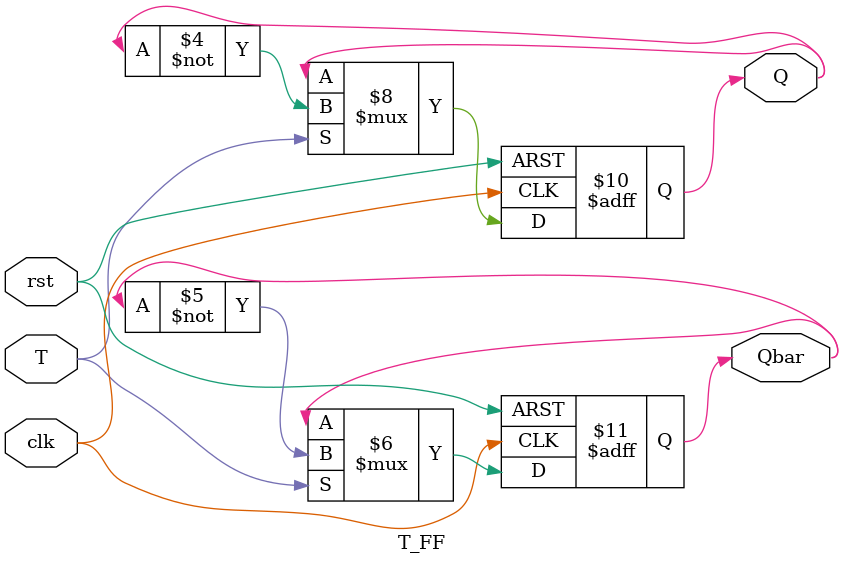
<source format=v>
`timescale 1ns/1ps

module binary_down_Counter(
  clk,
  rst,
  Q
);
input clk,rst;
output [2:0]Q;
wire t1,t2,t3;
T_FF T1(1'b1,clk,rst,Q[0],t1);
T_FF T2(1'b1,Q[0],rst,Q[1],t2);
T_FF T3(1'b1,Q[1],rst,Q[2],t3);


endmodule


module T_FF(T,clk,rst,Q,Qbar);
input clk,rst,T;
output reg Q,Qbar;
always @(posedge clk , negedge rst)
begin
    if (!rst)
    begin
        Q<=1'b0;
        Qbar<=1'b1;
    end
    else 
    begin 
        if (T==1'b1)
        begin
            Q<=~Q;
            Qbar<=~Qbar; 
        end
    end

end
endmodule
</source>
